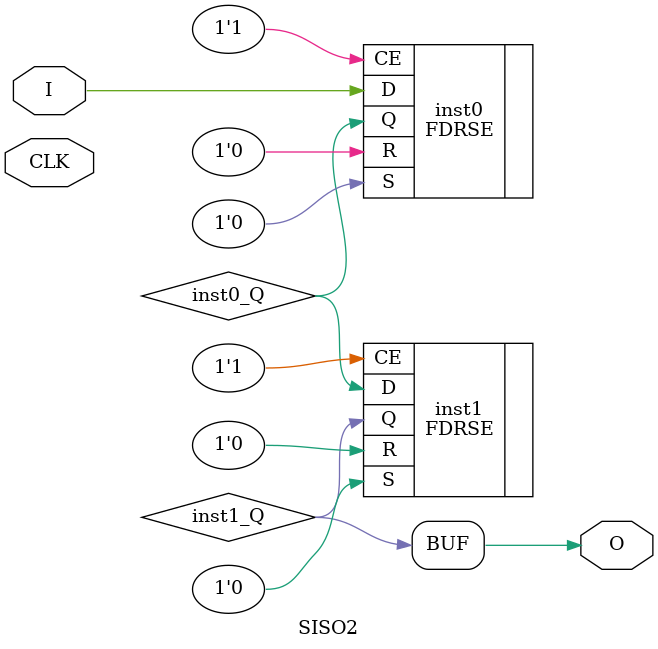
<source format=v>
module SISO2 (input  I, output  O, input  CLK);
wire  inst0_Q;
wire  inst1_Q;
FDRSE #(.INIT(1'h0)) inst0 (.CE(1'b1), .R(1'b0), .S(1'b0), .D(I), .Q(inst0_Q));
FDRSE #(.INIT(1'h0)) inst1 (.CE(1'b1), .R(1'b0), .S(1'b0), .D(inst0_Q), .Q(inst1_Q));
assign O = inst1_Q;
endmodule


</source>
